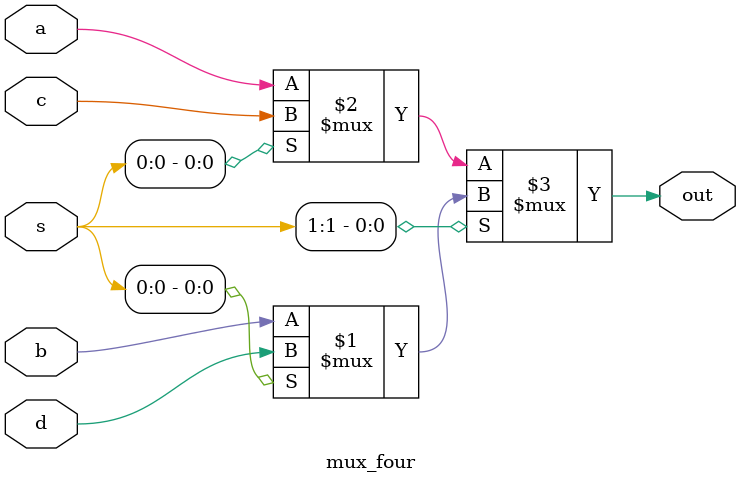
<source format=v>
module mux_four(input a,b,c,d,input [0:1]s,output out);
assign out=s[1]?(s[0]?d:b):(s[0]?c:a);
endmodule

</source>
